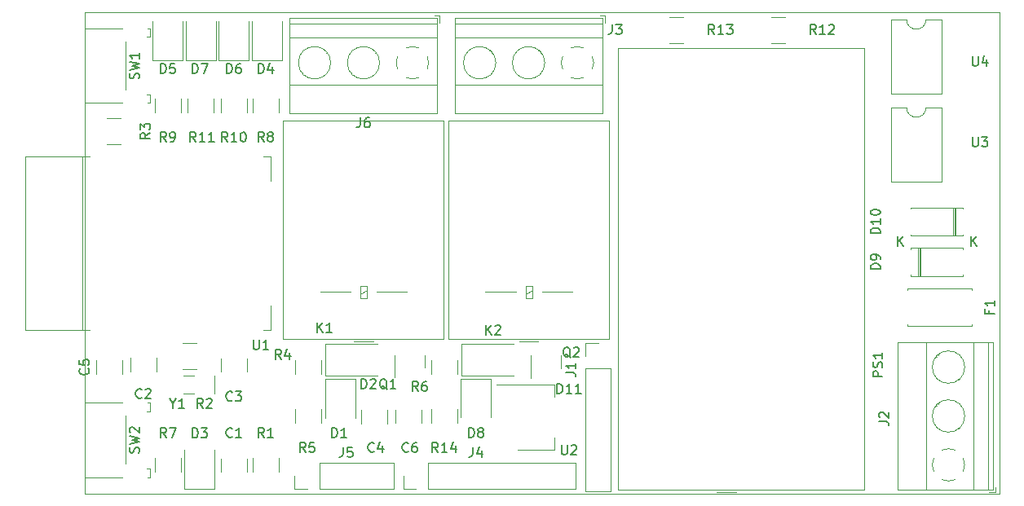
<source format=gto>
G04 #@! TF.GenerationSoftware,KiCad,Pcbnew,(6.0.9)*
G04 #@! TF.CreationDate,2023-01-19T16:53:42+01:00*
G04 #@! TF.ProjectId,CaptorBoard,43617074-6f72-4426-9f61-72642e6b6963,rev?*
G04 #@! TF.SameCoordinates,Original*
G04 #@! TF.FileFunction,Legend,Top*
G04 #@! TF.FilePolarity,Positive*
%FSLAX46Y46*%
G04 Gerber Fmt 4.6, Leading zero omitted, Abs format (unit mm)*
G04 Created by KiCad (PCBNEW (6.0.9)) date 2023-01-19 16:53:42*
%MOMM*%
%LPD*%
G01*
G04 APERTURE LIST*
G04 #@! TA.AperFunction,Profile*
%ADD10C,0.100000*%
G04 #@! TD*
%ADD11C,0.150000*%
%ADD12C,0.120000*%
G04 APERTURE END LIST*
D10*
X95000000Y-50000000D02*
X190000000Y-50000000D01*
X95000000Y-100000000D02*
X95000000Y-50000000D01*
X190000000Y-100000000D02*
X95000000Y-100000000D01*
X190000000Y-50000000D02*
X190000000Y-100000000D01*
D11*
X112522095Y-84034380D02*
X112522095Y-84843904D01*
X112569714Y-84939142D01*
X112617333Y-84986761D01*
X112712571Y-85034380D01*
X112903047Y-85034380D01*
X112998285Y-84986761D01*
X113045904Y-84939142D01*
X113093523Y-84843904D01*
X113093523Y-84034380D01*
X114093523Y-85034380D02*
X113522095Y-85034380D01*
X113807809Y-85034380D02*
X113807809Y-84034380D01*
X113712571Y-84177238D01*
X113617333Y-84272476D01*
X113522095Y-84320095D01*
X177617380Y-76684095D02*
X176617380Y-76684095D01*
X176617380Y-76446000D01*
X176665000Y-76303142D01*
X176760238Y-76207904D01*
X176855476Y-76160285D01*
X177045952Y-76112666D01*
X177188809Y-76112666D01*
X177379285Y-76160285D01*
X177474523Y-76207904D01*
X177569761Y-76303142D01*
X177617380Y-76446000D01*
X177617380Y-76684095D01*
X177617380Y-75636476D02*
X177617380Y-75446000D01*
X177569761Y-75350761D01*
X177522142Y-75303142D01*
X177379285Y-75207904D01*
X177188809Y-75160285D01*
X176807857Y-75160285D01*
X176712619Y-75207904D01*
X176665000Y-75255523D01*
X176617380Y-75350761D01*
X176617380Y-75541238D01*
X176665000Y-75636476D01*
X176712619Y-75684095D01*
X176807857Y-75731714D01*
X177045952Y-75731714D01*
X177141190Y-75684095D01*
X177188809Y-75636476D01*
X177236428Y-75541238D01*
X177236428Y-75350761D01*
X177188809Y-75255523D01*
X177141190Y-75207904D01*
X177045952Y-75160285D01*
X179443095Y-74298380D02*
X179443095Y-73298380D01*
X180014523Y-74298380D02*
X179585952Y-73726952D01*
X180014523Y-73298380D02*
X179443095Y-73869809D01*
X177617380Y-72969285D02*
X176617380Y-72969285D01*
X176617380Y-72731190D01*
X176665000Y-72588333D01*
X176760238Y-72493095D01*
X176855476Y-72445476D01*
X177045952Y-72397857D01*
X177188809Y-72397857D01*
X177379285Y-72445476D01*
X177474523Y-72493095D01*
X177569761Y-72588333D01*
X177617380Y-72731190D01*
X177617380Y-72969285D01*
X177617380Y-71445476D02*
X177617380Y-72016904D01*
X177617380Y-71731190D02*
X176617380Y-71731190D01*
X176760238Y-71826428D01*
X176855476Y-71921666D01*
X176903095Y-72016904D01*
X176617380Y-70826428D02*
X176617380Y-70731190D01*
X176665000Y-70635952D01*
X176712619Y-70588333D01*
X176807857Y-70540714D01*
X176998333Y-70493095D01*
X177236428Y-70493095D01*
X177426904Y-70540714D01*
X177522142Y-70588333D01*
X177569761Y-70635952D01*
X177617380Y-70731190D01*
X177617380Y-70826428D01*
X177569761Y-70921666D01*
X177522142Y-70969285D01*
X177426904Y-71016904D01*
X177236428Y-71064523D01*
X176998333Y-71064523D01*
X176807857Y-71016904D01*
X176712619Y-70969285D01*
X176665000Y-70921666D01*
X176617380Y-70826428D01*
X187063095Y-74307380D02*
X187063095Y-73307380D01*
X187634523Y-74307380D02*
X187205952Y-73735952D01*
X187634523Y-73307380D02*
X187063095Y-73878809D01*
X103465333Y-94178380D02*
X103132000Y-93702190D01*
X102893904Y-94178380D02*
X102893904Y-93178380D01*
X103274857Y-93178380D01*
X103370095Y-93226000D01*
X103417714Y-93273619D01*
X103465333Y-93368857D01*
X103465333Y-93511714D01*
X103417714Y-93606952D01*
X103370095Y-93654571D01*
X103274857Y-93702190D01*
X102893904Y-93702190D01*
X103798666Y-93178380D02*
X104465333Y-93178380D01*
X104036761Y-94178380D01*
X113625333Y-63444380D02*
X113292000Y-62968190D01*
X113053904Y-63444380D02*
X113053904Y-62444380D01*
X113434857Y-62444380D01*
X113530095Y-62492000D01*
X113577714Y-62539619D01*
X113625333Y-62634857D01*
X113625333Y-62777714D01*
X113577714Y-62872952D01*
X113530095Y-62920571D01*
X113434857Y-62968190D01*
X113053904Y-62968190D01*
X114196761Y-62872952D02*
X114101523Y-62825333D01*
X114053904Y-62777714D01*
X114006285Y-62682476D01*
X114006285Y-62634857D01*
X114053904Y-62539619D01*
X114101523Y-62492000D01*
X114196761Y-62444380D01*
X114387238Y-62444380D01*
X114482476Y-62492000D01*
X114530095Y-62539619D01*
X114577714Y-62634857D01*
X114577714Y-62682476D01*
X114530095Y-62777714D01*
X114482476Y-62825333D01*
X114387238Y-62872952D01*
X114196761Y-62872952D01*
X114101523Y-62920571D01*
X114053904Y-62968190D01*
X114006285Y-63063428D01*
X114006285Y-63253904D01*
X114053904Y-63349142D01*
X114101523Y-63396761D01*
X114196761Y-63444380D01*
X114387238Y-63444380D01*
X114482476Y-63396761D01*
X114530095Y-63349142D01*
X114577714Y-63253904D01*
X114577714Y-63063428D01*
X114530095Y-62968190D01*
X114482476Y-62920571D01*
X114387238Y-62872952D01*
X103465333Y-63444380D02*
X103132000Y-62968190D01*
X102893904Y-63444380D02*
X102893904Y-62444380D01*
X103274857Y-62444380D01*
X103370095Y-62492000D01*
X103417714Y-62539619D01*
X103465333Y-62634857D01*
X103465333Y-62777714D01*
X103417714Y-62872952D01*
X103370095Y-62920571D01*
X103274857Y-62968190D01*
X102893904Y-62968190D01*
X103941523Y-63444380D02*
X104132000Y-63444380D01*
X104227238Y-63396761D01*
X104274857Y-63349142D01*
X104370095Y-63206285D01*
X104417714Y-63015809D01*
X104417714Y-62634857D01*
X104370095Y-62539619D01*
X104322476Y-62492000D01*
X104227238Y-62444380D01*
X104036761Y-62444380D01*
X103941523Y-62492000D01*
X103893904Y-62539619D01*
X103846285Y-62634857D01*
X103846285Y-62872952D01*
X103893904Y-62968190D01*
X103941523Y-63015809D01*
X104036761Y-63063428D01*
X104227238Y-63063428D01*
X104322476Y-63015809D01*
X104370095Y-62968190D01*
X104417714Y-62872952D01*
X109847142Y-63444380D02*
X109513809Y-62968190D01*
X109275714Y-63444380D02*
X109275714Y-62444380D01*
X109656666Y-62444380D01*
X109751904Y-62492000D01*
X109799523Y-62539619D01*
X109847142Y-62634857D01*
X109847142Y-62777714D01*
X109799523Y-62872952D01*
X109751904Y-62920571D01*
X109656666Y-62968190D01*
X109275714Y-62968190D01*
X110799523Y-63444380D02*
X110228095Y-63444380D01*
X110513809Y-63444380D02*
X110513809Y-62444380D01*
X110418571Y-62587238D01*
X110323333Y-62682476D01*
X110228095Y-62730095D01*
X111418571Y-62444380D02*
X111513809Y-62444380D01*
X111609047Y-62492000D01*
X111656666Y-62539619D01*
X111704285Y-62634857D01*
X111751904Y-62825333D01*
X111751904Y-63063428D01*
X111704285Y-63253904D01*
X111656666Y-63349142D01*
X111609047Y-63396761D01*
X111513809Y-63444380D01*
X111418571Y-63444380D01*
X111323333Y-63396761D01*
X111275714Y-63349142D01*
X111228095Y-63253904D01*
X111180476Y-63063428D01*
X111180476Y-62825333D01*
X111228095Y-62634857D01*
X111275714Y-62539619D01*
X111323333Y-62492000D01*
X111418571Y-62444380D01*
X106545142Y-63444380D02*
X106211809Y-62968190D01*
X105973714Y-63444380D02*
X105973714Y-62444380D01*
X106354666Y-62444380D01*
X106449904Y-62492000D01*
X106497523Y-62539619D01*
X106545142Y-62634857D01*
X106545142Y-62777714D01*
X106497523Y-62872952D01*
X106449904Y-62920571D01*
X106354666Y-62968190D01*
X105973714Y-62968190D01*
X107497523Y-63444380D02*
X106926095Y-63444380D01*
X107211809Y-63444380D02*
X107211809Y-62444380D01*
X107116571Y-62587238D01*
X107021333Y-62682476D01*
X106926095Y-62730095D01*
X108449904Y-63444380D02*
X107878476Y-63444380D01*
X108164190Y-63444380D02*
X108164190Y-62444380D01*
X108068952Y-62587238D01*
X107973714Y-62682476D01*
X107878476Y-62730095D01*
X106195904Y-94214880D02*
X106195904Y-93214880D01*
X106434000Y-93214880D01*
X106576857Y-93262500D01*
X106672095Y-93357738D01*
X106719714Y-93452976D01*
X106767333Y-93643452D01*
X106767333Y-93786309D01*
X106719714Y-93976785D01*
X106672095Y-94072023D01*
X106576857Y-94167261D01*
X106434000Y-94214880D01*
X106195904Y-94214880D01*
X107100666Y-93214880D02*
X107719714Y-93214880D01*
X107386380Y-93595833D01*
X107529238Y-93595833D01*
X107624476Y-93643452D01*
X107672095Y-93691071D01*
X107719714Y-93786309D01*
X107719714Y-94024404D01*
X107672095Y-94119642D01*
X107624476Y-94167261D01*
X107529238Y-94214880D01*
X107243523Y-94214880D01*
X107148285Y-94167261D01*
X107100666Y-94119642D01*
X113053904Y-56332380D02*
X113053904Y-55332380D01*
X113292000Y-55332380D01*
X113434857Y-55380000D01*
X113530095Y-55475238D01*
X113577714Y-55570476D01*
X113625333Y-55760952D01*
X113625333Y-55903809D01*
X113577714Y-56094285D01*
X113530095Y-56189523D01*
X113434857Y-56284761D01*
X113292000Y-56332380D01*
X113053904Y-56332380D01*
X114482476Y-55665714D02*
X114482476Y-56332380D01*
X114244380Y-55284761D02*
X114006285Y-55999047D01*
X114625333Y-55999047D01*
X102893904Y-56332380D02*
X102893904Y-55332380D01*
X103132000Y-55332380D01*
X103274857Y-55380000D01*
X103370095Y-55475238D01*
X103417714Y-55570476D01*
X103465333Y-55760952D01*
X103465333Y-55903809D01*
X103417714Y-56094285D01*
X103370095Y-56189523D01*
X103274857Y-56284761D01*
X103132000Y-56332380D01*
X102893904Y-56332380D01*
X104370095Y-55332380D02*
X103893904Y-55332380D01*
X103846285Y-55808571D01*
X103893904Y-55760952D01*
X103989142Y-55713333D01*
X104227238Y-55713333D01*
X104322476Y-55760952D01*
X104370095Y-55808571D01*
X104417714Y-55903809D01*
X104417714Y-56141904D01*
X104370095Y-56237142D01*
X104322476Y-56284761D01*
X104227238Y-56332380D01*
X103989142Y-56332380D01*
X103893904Y-56284761D01*
X103846285Y-56237142D01*
X109751904Y-56332380D02*
X109751904Y-55332380D01*
X109990000Y-55332380D01*
X110132857Y-55380000D01*
X110228095Y-55475238D01*
X110275714Y-55570476D01*
X110323333Y-55760952D01*
X110323333Y-55903809D01*
X110275714Y-56094285D01*
X110228095Y-56189523D01*
X110132857Y-56284761D01*
X109990000Y-56332380D01*
X109751904Y-56332380D01*
X111180476Y-55332380D02*
X110990000Y-55332380D01*
X110894761Y-55380000D01*
X110847142Y-55427619D01*
X110751904Y-55570476D01*
X110704285Y-55760952D01*
X110704285Y-56141904D01*
X110751904Y-56237142D01*
X110799523Y-56284761D01*
X110894761Y-56332380D01*
X111085238Y-56332380D01*
X111180476Y-56284761D01*
X111228095Y-56237142D01*
X111275714Y-56141904D01*
X111275714Y-55903809D01*
X111228095Y-55808571D01*
X111180476Y-55760952D01*
X111085238Y-55713333D01*
X110894761Y-55713333D01*
X110799523Y-55760952D01*
X110751904Y-55808571D01*
X110704285Y-55903809D01*
X106195904Y-56332380D02*
X106195904Y-55332380D01*
X106434000Y-55332380D01*
X106576857Y-55380000D01*
X106672095Y-55475238D01*
X106719714Y-55570476D01*
X106767333Y-55760952D01*
X106767333Y-55903809D01*
X106719714Y-56094285D01*
X106672095Y-56189523D01*
X106576857Y-56284761D01*
X106434000Y-56332380D01*
X106195904Y-56332380D01*
X107100666Y-55332380D02*
X107767333Y-55332380D01*
X107338761Y-56332380D01*
X177506380Y-92535333D02*
X178220666Y-92535333D01*
X178363523Y-92582952D01*
X178458761Y-92678190D01*
X178506380Y-92821047D01*
X178506380Y-92916285D01*
X177601619Y-92106761D02*
X177554000Y-92059142D01*
X177506380Y-91963904D01*
X177506380Y-91725809D01*
X177554000Y-91630571D01*
X177601619Y-91582952D01*
X177696857Y-91535333D01*
X177792095Y-91535333D01*
X177934952Y-91582952D01*
X178506380Y-92154380D01*
X178506380Y-91535333D01*
X100607761Y-56888333D02*
X100655380Y-56745476D01*
X100655380Y-56507380D01*
X100607761Y-56412142D01*
X100560142Y-56364523D01*
X100464904Y-56316904D01*
X100369666Y-56316904D01*
X100274428Y-56364523D01*
X100226809Y-56412142D01*
X100179190Y-56507380D01*
X100131571Y-56697857D01*
X100083952Y-56793095D01*
X100036333Y-56840714D01*
X99941095Y-56888333D01*
X99845857Y-56888333D01*
X99750619Y-56840714D01*
X99703000Y-56793095D01*
X99655380Y-56697857D01*
X99655380Y-56459761D01*
X99703000Y-56316904D01*
X99655380Y-55983571D02*
X100655380Y-55745476D01*
X99941095Y-55555000D01*
X100655380Y-55364523D01*
X99655380Y-55126428D01*
X100655380Y-54221666D02*
X100655380Y-54793095D01*
X100655380Y-54507380D02*
X99655380Y-54507380D01*
X99798238Y-54602619D01*
X99893476Y-54697857D01*
X99941095Y-54793095D01*
X100607761Y-95765333D02*
X100655380Y-95622476D01*
X100655380Y-95384380D01*
X100607761Y-95289142D01*
X100560142Y-95241523D01*
X100464904Y-95193904D01*
X100369666Y-95193904D01*
X100274428Y-95241523D01*
X100226809Y-95289142D01*
X100179190Y-95384380D01*
X100131571Y-95574857D01*
X100083952Y-95670095D01*
X100036333Y-95717714D01*
X99941095Y-95765333D01*
X99845857Y-95765333D01*
X99750619Y-95717714D01*
X99703000Y-95670095D01*
X99655380Y-95574857D01*
X99655380Y-95336761D01*
X99703000Y-95193904D01*
X99655380Y-94860571D02*
X100655380Y-94622476D01*
X99941095Y-94432000D01*
X100655380Y-94241523D01*
X99655380Y-94003428D01*
X99750619Y-93670095D02*
X99703000Y-93622476D01*
X99655380Y-93527238D01*
X99655380Y-93289142D01*
X99703000Y-93193904D01*
X99750619Y-93146285D01*
X99845857Y-93098666D01*
X99941095Y-93098666D01*
X100083952Y-93146285D01*
X100655380Y-93717714D01*
X100655380Y-93098666D01*
X187198095Y-62952380D02*
X187198095Y-63761904D01*
X187245714Y-63857142D01*
X187293333Y-63904761D01*
X187388571Y-63952380D01*
X187579047Y-63952380D01*
X187674285Y-63904761D01*
X187721904Y-63857142D01*
X187769523Y-63761904D01*
X187769523Y-62952380D01*
X188150476Y-62952380D02*
X188769523Y-62952380D01*
X188436190Y-63333333D01*
X188579047Y-63333333D01*
X188674285Y-63380952D01*
X188721904Y-63428571D01*
X188769523Y-63523809D01*
X188769523Y-63761904D01*
X188721904Y-63857142D01*
X188674285Y-63904761D01*
X188579047Y-63952380D01*
X188293333Y-63952380D01*
X188198095Y-63904761D01*
X188150476Y-63857142D01*
X187198095Y-54570380D02*
X187198095Y-55379904D01*
X187245714Y-55475142D01*
X187293333Y-55522761D01*
X187388571Y-55570380D01*
X187579047Y-55570380D01*
X187674285Y-55522761D01*
X187721904Y-55475142D01*
X187769523Y-55379904D01*
X187769523Y-54570380D01*
X188674285Y-54903714D02*
X188674285Y-55570380D01*
X188436190Y-54522761D02*
X188198095Y-55237047D01*
X188817142Y-55237047D01*
X170960142Y-52268380D02*
X170626809Y-51792190D01*
X170388714Y-52268380D02*
X170388714Y-51268380D01*
X170769666Y-51268380D01*
X170864904Y-51316000D01*
X170912523Y-51363619D01*
X170960142Y-51458857D01*
X170960142Y-51601714D01*
X170912523Y-51696952D01*
X170864904Y-51744571D01*
X170769666Y-51792190D01*
X170388714Y-51792190D01*
X171912523Y-52268380D02*
X171341095Y-52268380D01*
X171626809Y-52268380D02*
X171626809Y-51268380D01*
X171531571Y-51411238D01*
X171436333Y-51506476D01*
X171341095Y-51554095D01*
X172293476Y-51363619D02*
X172341095Y-51316000D01*
X172436333Y-51268380D01*
X172674428Y-51268380D01*
X172769666Y-51316000D01*
X172817285Y-51363619D01*
X172864904Y-51458857D01*
X172864904Y-51554095D01*
X172817285Y-51696952D01*
X172245857Y-52268380D01*
X172864904Y-52268380D01*
X160393142Y-52268380D02*
X160059809Y-51792190D01*
X159821714Y-52268380D02*
X159821714Y-51268380D01*
X160202666Y-51268380D01*
X160297904Y-51316000D01*
X160345523Y-51363619D01*
X160393142Y-51458857D01*
X160393142Y-51601714D01*
X160345523Y-51696952D01*
X160297904Y-51744571D01*
X160202666Y-51792190D01*
X159821714Y-51792190D01*
X161345523Y-52268380D02*
X160774095Y-52268380D01*
X161059809Y-52268380D02*
X161059809Y-51268380D01*
X160964571Y-51411238D01*
X160869333Y-51506476D01*
X160774095Y-51554095D01*
X161678857Y-51268380D02*
X162297904Y-51268380D01*
X161964571Y-51649333D01*
X162107428Y-51649333D01*
X162202666Y-51696952D01*
X162250285Y-51744571D01*
X162297904Y-51839809D01*
X162297904Y-52077904D01*
X162250285Y-52173142D01*
X162202666Y-52220761D01*
X162107428Y-52268380D01*
X161821714Y-52268380D01*
X161726476Y-52220761D01*
X161678857Y-52173142D01*
X144994380Y-87455333D02*
X145708666Y-87455333D01*
X145851523Y-87502952D01*
X145946761Y-87598190D01*
X145994380Y-87741047D01*
X145994380Y-87836285D01*
X145994380Y-86455333D02*
X145994380Y-87026761D01*
X145994380Y-86741047D02*
X144994380Y-86741047D01*
X145137238Y-86836285D01*
X145232476Y-86931523D01*
X145280095Y-87026761D01*
X188938571Y-80978333D02*
X188938571Y-81311666D01*
X189462380Y-81311666D02*
X188462380Y-81311666D01*
X188462380Y-80835476D01*
X189462380Y-79930714D02*
X189462380Y-80502142D01*
X189462380Y-80216428D02*
X188462380Y-80216428D01*
X188605238Y-80311666D01*
X188700476Y-80406904D01*
X188748095Y-80502142D01*
X125055333Y-95607142D02*
X125007714Y-95654761D01*
X124864857Y-95702380D01*
X124769619Y-95702380D01*
X124626761Y-95654761D01*
X124531523Y-95559523D01*
X124483904Y-95464285D01*
X124436285Y-95273809D01*
X124436285Y-95130952D01*
X124483904Y-94940476D01*
X124531523Y-94845238D01*
X124626761Y-94750000D01*
X124769619Y-94702380D01*
X124864857Y-94702380D01*
X125007714Y-94750000D01*
X125055333Y-94797619D01*
X125912476Y-95035714D02*
X125912476Y-95702380D01*
X125674380Y-94654761D02*
X125436285Y-95369047D01*
X126055333Y-95369047D01*
X121840666Y-95210380D02*
X121840666Y-95924666D01*
X121793047Y-96067523D01*
X121697809Y-96162761D01*
X121554952Y-96210380D01*
X121459714Y-96210380D01*
X122793047Y-95210380D02*
X122316857Y-95210380D01*
X122269238Y-95686571D01*
X122316857Y-95638952D01*
X122412095Y-95591333D01*
X122650190Y-95591333D01*
X122745428Y-95638952D01*
X122793047Y-95686571D01*
X122840666Y-95781809D01*
X122840666Y-96019904D01*
X122793047Y-96115142D01*
X122745428Y-96162761D01*
X122650190Y-96210380D01*
X122412095Y-96210380D01*
X122316857Y-96162761D01*
X122269238Y-96115142D01*
X113625333Y-94178380D02*
X113292000Y-93702190D01*
X113053904Y-94178380D02*
X113053904Y-93178380D01*
X113434857Y-93178380D01*
X113530095Y-93226000D01*
X113577714Y-93273619D01*
X113625333Y-93368857D01*
X113625333Y-93511714D01*
X113577714Y-93606952D01*
X113530095Y-93654571D01*
X113434857Y-93702190D01*
X113053904Y-93702190D01*
X114577714Y-94178380D02*
X114006285Y-94178380D01*
X114292000Y-94178380D02*
X114292000Y-93178380D01*
X114196761Y-93321238D01*
X114101523Y-93416476D01*
X114006285Y-93464095D01*
X104171809Y-90654190D02*
X104171809Y-91130380D01*
X103838476Y-90130380D02*
X104171809Y-90654190D01*
X104505142Y-90130380D01*
X105362285Y-91130380D02*
X104790857Y-91130380D01*
X105076571Y-91130380D02*
X105076571Y-90130380D01*
X104981333Y-90273238D01*
X104886095Y-90368476D01*
X104790857Y-90416095D01*
X117943333Y-95702380D02*
X117610000Y-95226190D01*
X117371904Y-95702380D02*
X117371904Y-94702380D01*
X117752857Y-94702380D01*
X117848095Y-94750000D01*
X117895714Y-94797619D01*
X117943333Y-94892857D01*
X117943333Y-95035714D01*
X117895714Y-95130952D01*
X117848095Y-95178571D01*
X117752857Y-95226190D01*
X117371904Y-95226190D01*
X118848095Y-94702380D02*
X118371904Y-94702380D01*
X118324285Y-95178571D01*
X118371904Y-95130952D01*
X118467142Y-95083333D01*
X118705238Y-95083333D01*
X118800476Y-95130952D01*
X118848095Y-95178571D01*
X118895714Y-95273809D01*
X118895714Y-95511904D01*
X118848095Y-95607142D01*
X118800476Y-95654761D01*
X118705238Y-95702380D01*
X118467142Y-95702380D01*
X118371904Y-95654761D01*
X118324285Y-95607142D01*
X145446761Y-85891619D02*
X145351523Y-85844000D01*
X145256285Y-85748761D01*
X145113428Y-85605904D01*
X145018190Y-85558285D01*
X144922952Y-85558285D01*
X144970571Y-85796380D02*
X144875333Y-85748761D01*
X144780095Y-85653523D01*
X144732476Y-85463047D01*
X144732476Y-85129714D01*
X144780095Y-84939238D01*
X144875333Y-84844000D01*
X144970571Y-84796380D01*
X145161047Y-84796380D01*
X145256285Y-84844000D01*
X145351523Y-84939238D01*
X145399142Y-85129714D01*
X145399142Y-85463047D01*
X145351523Y-85653523D01*
X145256285Y-85748761D01*
X145161047Y-85796380D01*
X144970571Y-85796380D01*
X145780095Y-84891619D02*
X145827714Y-84844000D01*
X145922952Y-84796380D01*
X146161047Y-84796380D01*
X146256285Y-84844000D01*
X146303904Y-84891619D01*
X146351523Y-84986857D01*
X146351523Y-85082095D01*
X146303904Y-85224952D01*
X145732476Y-85796380D01*
X146351523Y-85796380D01*
X100925333Y-90019142D02*
X100877714Y-90066761D01*
X100734857Y-90114380D01*
X100639619Y-90114380D01*
X100496761Y-90066761D01*
X100401523Y-89971523D01*
X100353904Y-89876285D01*
X100306285Y-89685809D01*
X100306285Y-89542952D01*
X100353904Y-89352476D01*
X100401523Y-89257238D01*
X100496761Y-89162000D01*
X100639619Y-89114380D01*
X100734857Y-89114380D01*
X100877714Y-89162000D01*
X100925333Y-89209619D01*
X101306285Y-89209619D02*
X101353904Y-89162000D01*
X101449142Y-89114380D01*
X101687238Y-89114380D01*
X101782476Y-89162000D01*
X101830095Y-89209619D01*
X101877714Y-89304857D01*
X101877714Y-89400095D01*
X101830095Y-89542952D01*
X101258666Y-90114380D01*
X101877714Y-90114380D01*
X126396761Y-89193619D02*
X126301523Y-89146000D01*
X126206285Y-89050761D01*
X126063428Y-88907904D01*
X125968190Y-88860285D01*
X125872952Y-88860285D01*
X125920571Y-89098380D02*
X125825333Y-89050761D01*
X125730095Y-88955523D01*
X125682476Y-88765047D01*
X125682476Y-88431714D01*
X125730095Y-88241238D01*
X125825333Y-88146000D01*
X125920571Y-88098380D01*
X126111047Y-88098380D01*
X126206285Y-88146000D01*
X126301523Y-88241238D01*
X126349142Y-88431714D01*
X126349142Y-88765047D01*
X126301523Y-88955523D01*
X126206285Y-89050761D01*
X126111047Y-89098380D01*
X125920571Y-89098380D01*
X127301523Y-89098380D02*
X126730095Y-89098380D01*
X127015809Y-89098380D02*
X127015809Y-88098380D01*
X126920571Y-88241238D01*
X126825333Y-88336476D01*
X126730095Y-88384095D01*
X136675904Y-83510380D02*
X136675904Y-82510380D01*
X137247333Y-83510380D02*
X136818761Y-82938952D01*
X137247333Y-82510380D02*
X136675904Y-83081809D01*
X137628285Y-82605619D02*
X137675904Y-82558000D01*
X137771142Y-82510380D01*
X138009238Y-82510380D01*
X138104476Y-82558000D01*
X138152095Y-82605619D01*
X138199714Y-82700857D01*
X138199714Y-82796095D01*
X138152095Y-82938952D01*
X137580666Y-83510380D01*
X138199714Y-83510380D01*
X123721904Y-89098380D02*
X123721904Y-88098380D01*
X123960000Y-88098380D01*
X124102857Y-88146000D01*
X124198095Y-88241238D01*
X124245714Y-88336476D01*
X124293333Y-88526952D01*
X124293333Y-88669809D01*
X124245714Y-88860285D01*
X124198095Y-88955523D01*
X124102857Y-89050761D01*
X123960000Y-89098380D01*
X123721904Y-89098380D01*
X124674285Y-88193619D02*
X124721904Y-88146000D01*
X124817142Y-88098380D01*
X125055238Y-88098380D01*
X125150476Y-88146000D01*
X125198095Y-88193619D01*
X125245714Y-88288857D01*
X125245714Y-88384095D01*
X125198095Y-88526952D01*
X124626666Y-89098380D01*
X125245714Y-89098380D01*
X123618666Y-60957380D02*
X123618666Y-61671666D01*
X123571047Y-61814523D01*
X123475809Y-61909761D01*
X123332952Y-61957380D01*
X123237714Y-61957380D01*
X124523428Y-60957380D02*
X124332952Y-60957380D01*
X124237714Y-61005000D01*
X124190095Y-61052619D01*
X124094857Y-61195476D01*
X124047238Y-61385952D01*
X124047238Y-61766904D01*
X124094857Y-61862142D01*
X124142476Y-61909761D01*
X124237714Y-61957380D01*
X124428190Y-61957380D01*
X124523428Y-61909761D01*
X124571047Y-61862142D01*
X124618666Y-61766904D01*
X124618666Y-61528809D01*
X124571047Y-61433571D01*
X124523428Y-61385952D01*
X124428190Y-61338333D01*
X124237714Y-61338333D01*
X124142476Y-61385952D01*
X124094857Y-61433571D01*
X124047238Y-61528809D01*
X134897904Y-94178380D02*
X134897904Y-93178380D01*
X135136000Y-93178380D01*
X135278857Y-93226000D01*
X135374095Y-93321238D01*
X135421714Y-93416476D01*
X135469333Y-93606952D01*
X135469333Y-93749809D01*
X135421714Y-93940285D01*
X135374095Y-94035523D01*
X135278857Y-94130761D01*
X135136000Y-94178380D01*
X134897904Y-94178380D01*
X136040761Y-93606952D02*
X135945523Y-93559333D01*
X135897904Y-93511714D01*
X135850285Y-93416476D01*
X135850285Y-93368857D01*
X135897904Y-93273619D01*
X135945523Y-93226000D01*
X136040761Y-93178380D01*
X136231238Y-93178380D01*
X136326476Y-93226000D01*
X136374095Y-93273619D01*
X136421714Y-93368857D01*
X136421714Y-93416476D01*
X136374095Y-93511714D01*
X136326476Y-93559333D01*
X136231238Y-93606952D01*
X136040761Y-93606952D01*
X135945523Y-93654571D01*
X135897904Y-93702190D01*
X135850285Y-93797428D01*
X135850285Y-93987904D01*
X135897904Y-94083142D01*
X135945523Y-94130761D01*
X136040761Y-94178380D01*
X136231238Y-94178380D01*
X136326476Y-94130761D01*
X136374095Y-94083142D01*
X136421714Y-93987904D01*
X136421714Y-93797428D01*
X136374095Y-93702190D01*
X136326476Y-93654571D01*
X136231238Y-93606952D01*
X101798380Y-62523666D02*
X101322190Y-62857000D01*
X101798380Y-63095095D02*
X100798380Y-63095095D01*
X100798380Y-62714142D01*
X100846000Y-62618904D01*
X100893619Y-62571285D01*
X100988857Y-62523666D01*
X101131714Y-62523666D01*
X101226952Y-62571285D01*
X101274571Y-62618904D01*
X101322190Y-62714142D01*
X101322190Y-63095095D01*
X100798380Y-62190333D02*
X100798380Y-61571285D01*
X101179333Y-61904619D01*
X101179333Y-61761761D01*
X101226952Y-61666523D01*
X101274571Y-61618904D01*
X101369809Y-61571285D01*
X101607904Y-61571285D01*
X101703142Y-61618904D01*
X101750761Y-61666523D01*
X101798380Y-61761761D01*
X101798380Y-62047476D01*
X101750761Y-62142714D01*
X101703142Y-62190333D01*
X135302666Y-95210380D02*
X135302666Y-95924666D01*
X135255047Y-96067523D01*
X135159809Y-96162761D01*
X135016952Y-96210380D01*
X134921714Y-96210380D01*
X136207428Y-95543714D02*
X136207428Y-96210380D01*
X135969333Y-95162761D02*
X135731238Y-95877047D01*
X136350285Y-95877047D01*
X128611333Y-95607142D02*
X128563714Y-95654761D01*
X128420857Y-95702380D01*
X128325619Y-95702380D01*
X128182761Y-95654761D01*
X128087523Y-95559523D01*
X128039904Y-95464285D01*
X127992285Y-95273809D01*
X127992285Y-95130952D01*
X128039904Y-94940476D01*
X128087523Y-94845238D01*
X128182761Y-94750000D01*
X128325619Y-94702380D01*
X128420857Y-94702380D01*
X128563714Y-94750000D01*
X128611333Y-94797619D01*
X129468476Y-94702380D02*
X129278000Y-94702380D01*
X129182761Y-94750000D01*
X129135142Y-94797619D01*
X129039904Y-94940476D01*
X128992285Y-95130952D01*
X128992285Y-95511904D01*
X129039904Y-95607142D01*
X129087523Y-95654761D01*
X129182761Y-95702380D01*
X129373238Y-95702380D01*
X129468476Y-95654761D01*
X129516095Y-95607142D01*
X129563714Y-95511904D01*
X129563714Y-95273809D01*
X129516095Y-95178571D01*
X129468476Y-95130952D01*
X129373238Y-95083333D01*
X129182761Y-95083333D01*
X129087523Y-95130952D01*
X129039904Y-95178571D01*
X128992285Y-95273809D01*
X115403333Y-86050380D02*
X115070000Y-85574190D01*
X114831904Y-86050380D02*
X114831904Y-85050380D01*
X115212857Y-85050380D01*
X115308095Y-85098000D01*
X115355714Y-85145619D01*
X115403333Y-85240857D01*
X115403333Y-85383714D01*
X115355714Y-85478952D01*
X115308095Y-85526571D01*
X115212857Y-85574190D01*
X114831904Y-85574190D01*
X116260476Y-85383714D02*
X116260476Y-86050380D01*
X116022380Y-85002761D02*
X115784285Y-85717047D01*
X116403333Y-85717047D01*
X107275333Y-91130380D02*
X106942000Y-90654190D01*
X106703904Y-91130380D02*
X106703904Y-90130380D01*
X107084857Y-90130380D01*
X107180095Y-90178000D01*
X107227714Y-90225619D01*
X107275333Y-90320857D01*
X107275333Y-90463714D01*
X107227714Y-90558952D01*
X107180095Y-90606571D01*
X107084857Y-90654190D01*
X106703904Y-90654190D01*
X107656285Y-90225619D02*
X107703904Y-90178000D01*
X107799142Y-90130380D01*
X108037238Y-90130380D01*
X108132476Y-90178000D01*
X108180095Y-90225619D01*
X108227714Y-90320857D01*
X108227714Y-90416095D01*
X108180095Y-90558952D01*
X107608666Y-91130380D01*
X108227714Y-91130380D01*
X131691142Y-95702380D02*
X131357809Y-95226190D01*
X131119714Y-95702380D02*
X131119714Y-94702380D01*
X131500666Y-94702380D01*
X131595904Y-94750000D01*
X131643523Y-94797619D01*
X131691142Y-94892857D01*
X131691142Y-95035714D01*
X131643523Y-95130952D01*
X131595904Y-95178571D01*
X131500666Y-95226190D01*
X131119714Y-95226190D01*
X132643523Y-95702380D02*
X132072095Y-95702380D01*
X132357809Y-95702380D02*
X132357809Y-94702380D01*
X132262571Y-94845238D01*
X132167333Y-94940476D01*
X132072095Y-94988095D01*
X133500666Y-95035714D02*
X133500666Y-95702380D01*
X133262571Y-94654761D02*
X133024476Y-95369047D01*
X133643523Y-95369047D01*
X110323333Y-90311642D02*
X110275714Y-90359261D01*
X110132857Y-90406880D01*
X110037619Y-90406880D01*
X109894761Y-90359261D01*
X109799523Y-90264023D01*
X109751904Y-90168785D01*
X109704285Y-89978309D01*
X109704285Y-89835452D01*
X109751904Y-89644976D01*
X109799523Y-89549738D01*
X109894761Y-89454500D01*
X110037619Y-89406880D01*
X110132857Y-89406880D01*
X110275714Y-89454500D01*
X110323333Y-89502119D01*
X110656666Y-89406880D02*
X111275714Y-89406880D01*
X110942380Y-89787833D01*
X111085238Y-89787833D01*
X111180476Y-89835452D01*
X111228095Y-89883071D01*
X111275714Y-89978309D01*
X111275714Y-90216404D01*
X111228095Y-90311642D01*
X111180476Y-90359261D01*
X111085238Y-90406880D01*
X110799523Y-90406880D01*
X110704285Y-90359261D01*
X110656666Y-90311642D01*
X129627333Y-89352380D02*
X129294000Y-88876190D01*
X129055904Y-89352380D02*
X129055904Y-88352380D01*
X129436857Y-88352380D01*
X129532095Y-88400000D01*
X129579714Y-88447619D01*
X129627333Y-88542857D01*
X129627333Y-88685714D01*
X129579714Y-88780952D01*
X129532095Y-88828571D01*
X129436857Y-88876190D01*
X129055904Y-88876190D01*
X130484476Y-88352380D02*
X130294000Y-88352380D01*
X130198761Y-88400000D01*
X130151142Y-88447619D01*
X130055904Y-88590476D01*
X130008285Y-88780952D01*
X130008285Y-89161904D01*
X130055904Y-89257142D01*
X130103523Y-89304761D01*
X130198761Y-89352380D01*
X130389238Y-89352380D01*
X130484476Y-89304761D01*
X130532095Y-89257142D01*
X130579714Y-89161904D01*
X130579714Y-88923809D01*
X130532095Y-88828571D01*
X130484476Y-88780952D01*
X130389238Y-88733333D01*
X130198761Y-88733333D01*
X130103523Y-88780952D01*
X130055904Y-88828571D01*
X130008285Y-88923809D01*
X144526095Y-94956380D02*
X144526095Y-95765904D01*
X144573714Y-95861142D01*
X144621333Y-95908761D01*
X144716571Y-95956380D01*
X144907047Y-95956380D01*
X145002285Y-95908761D01*
X145049904Y-95861142D01*
X145097523Y-95765904D01*
X145097523Y-94956380D01*
X145526095Y-95051619D02*
X145573714Y-95004000D01*
X145668952Y-94956380D01*
X145907047Y-94956380D01*
X146002285Y-95004000D01*
X146049904Y-95051619D01*
X146097523Y-95146857D01*
X146097523Y-95242095D01*
X146049904Y-95384952D01*
X145478476Y-95956380D01*
X146097523Y-95956380D01*
X177847380Y-87847785D02*
X176847380Y-87847785D01*
X176847380Y-87466833D01*
X176895000Y-87371595D01*
X176942619Y-87323976D01*
X177037857Y-87276357D01*
X177180714Y-87276357D01*
X177275952Y-87323976D01*
X177323571Y-87371595D01*
X177371190Y-87466833D01*
X177371190Y-87847785D01*
X177799761Y-86895404D02*
X177847380Y-86752547D01*
X177847380Y-86514452D01*
X177799761Y-86419214D01*
X177752142Y-86371595D01*
X177656904Y-86323976D01*
X177561666Y-86323976D01*
X177466428Y-86371595D01*
X177418809Y-86419214D01*
X177371190Y-86514452D01*
X177323571Y-86704928D01*
X177275952Y-86800166D01*
X177228333Y-86847785D01*
X177133095Y-86895404D01*
X177037857Y-86895404D01*
X176942619Y-86847785D01*
X176895000Y-86800166D01*
X176847380Y-86704928D01*
X176847380Y-86466833D01*
X176895000Y-86323976D01*
X177847380Y-85371595D02*
X177847380Y-85943023D01*
X177847380Y-85657309D02*
X176847380Y-85657309D01*
X176990238Y-85752547D01*
X177085476Y-85847785D01*
X177133095Y-85943023D01*
X144073714Y-89606380D02*
X144073714Y-88606380D01*
X144311809Y-88606380D01*
X144454666Y-88654000D01*
X144549904Y-88749238D01*
X144597523Y-88844476D01*
X144645142Y-89034952D01*
X144645142Y-89177809D01*
X144597523Y-89368285D01*
X144549904Y-89463523D01*
X144454666Y-89558761D01*
X144311809Y-89606380D01*
X144073714Y-89606380D01*
X145597523Y-89606380D02*
X145026095Y-89606380D01*
X145311809Y-89606380D02*
X145311809Y-88606380D01*
X145216571Y-88749238D01*
X145121333Y-88844476D01*
X145026095Y-88892095D01*
X146549904Y-89606380D02*
X145978476Y-89606380D01*
X146264190Y-89606380D02*
X146264190Y-88606380D01*
X146168952Y-88749238D01*
X146073714Y-88844476D01*
X145978476Y-88892095D01*
X95353142Y-87034666D02*
X95400761Y-87082285D01*
X95448380Y-87225142D01*
X95448380Y-87320380D01*
X95400761Y-87463238D01*
X95305523Y-87558476D01*
X95210285Y-87606095D01*
X95019809Y-87653714D01*
X94876952Y-87653714D01*
X94686476Y-87606095D01*
X94591238Y-87558476D01*
X94496000Y-87463238D01*
X94448380Y-87320380D01*
X94448380Y-87225142D01*
X94496000Y-87082285D01*
X94543619Y-87034666D01*
X94448380Y-86129904D02*
X94448380Y-86606095D01*
X94924571Y-86653714D01*
X94876952Y-86606095D01*
X94829333Y-86510857D01*
X94829333Y-86272761D01*
X94876952Y-86177523D01*
X94924571Y-86129904D01*
X95019809Y-86082285D01*
X95257904Y-86082285D01*
X95353142Y-86129904D01*
X95400761Y-86177523D01*
X95448380Y-86272761D01*
X95448380Y-86510857D01*
X95400761Y-86606095D01*
X95353142Y-86653714D01*
X149780666Y-51268380D02*
X149780666Y-51982666D01*
X149733047Y-52125523D01*
X149637809Y-52220761D01*
X149494952Y-52268380D01*
X149399714Y-52268380D01*
X150161619Y-51268380D02*
X150780666Y-51268380D01*
X150447333Y-51649333D01*
X150590190Y-51649333D01*
X150685428Y-51696952D01*
X150733047Y-51744571D01*
X150780666Y-51839809D01*
X150780666Y-52077904D01*
X150733047Y-52173142D01*
X150685428Y-52220761D01*
X150590190Y-52268380D01*
X150304476Y-52268380D01*
X150209238Y-52220761D01*
X150161619Y-52173142D01*
X119149904Y-83256380D02*
X119149904Y-82256380D01*
X119721333Y-83256380D02*
X119292761Y-82684952D01*
X119721333Y-82256380D02*
X119149904Y-82827809D01*
X120673714Y-83256380D02*
X120102285Y-83256380D01*
X120388000Y-83256380D02*
X120388000Y-82256380D01*
X120292761Y-82399238D01*
X120197523Y-82494476D01*
X120102285Y-82542095D01*
X110323333Y-94083142D02*
X110275714Y-94130761D01*
X110132857Y-94178380D01*
X110037619Y-94178380D01*
X109894761Y-94130761D01*
X109799523Y-94035523D01*
X109751904Y-93940285D01*
X109704285Y-93749809D01*
X109704285Y-93606952D01*
X109751904Y-93416476D01*
X109799523Y-93321238D01*
X109894761Y-93226000D01*
X110037619Y-93178380D01*
X110132857Y-93178380D01*
X110275714Y-93226000D01*
X110323333Y-93273619D01*
X111275714Y-94178380D02*
X110704285Y-94178380D01*
X110990000Y-94178380D02*
X110990000Y-93178380D01*
X110894761Y-93321238D01*
X110799523Y-93416476D01*
X110704285Y-93464095D01*
X120673904Y-94178380D02*
X120673904Y-93178380D01*
X120912000Y-93178380D01*
X121054857Y-93226000D01*
X121150095Y-93321238D01*
X121197714Y-93416476D01*
X121245333Y-93606952D01*
X121245333Y-93749809D01*
X121197714Y-93940285D01*
X121150095Y-94035523D01*
X121054857Y-94130761D01*
X120912000Y-94178380D01*
X120673904Y-94178380D01*
X122197714Y-94178380D02*
X121626285Y-94178380D01*
X121912000Y-94178380D02*
X121912000Y-93178380D01*
X121816761Y-93321238D01*
X121721523Y-93416476D01*
X121626285Y-93464095D01*
D12*
X88803000Y-82996000D02*
X95553000Y-82996000D01*
X113553000Y-82996000D02*
X114303000Y-82996000D01*
X114303000Y-82996000D02*
X114303000Y-82246000D01*
X88803000Y-64996000D02*
X95553000Y-64996000D01*
X88803000Y-82996000D02*
X88803000Y-64996000D01*
X114303000Y-82246000D02*
X114303000Y-80496000D01*
X113553000Y-64996000D02*
X114303000Y-64996000D01*
X94743000Y-64996000D02*
X94743000Y-82996000D01*
X114303000Y-64996000D02*
X114303000Y-65746000D01*
X114303000Y-65746000D02*
X114303000Y-67496000D01*
X180795000Y-74606000D02*
X180795000Y-74476000D01*
X181695000Y-74476000D02*
X181695000Y-77416000D01*
X181575000Y-74476000D02*
X181575000Y-77416000D01*
X180795000Y-77286000D02*
X180795000Y-77416000D01*
X181815000Y-74476000D02*
X181815000Y-77416000D01*
X186235000Y-77416000D02*
X186235000Y-77286000D01*
X186235000Y-74476000D02*
X186235000Y-74606000D01*
X180795000Y-77416000D02*
X186235000Y-77416000D01*
X180795000Y-74476000D02*
X186235000Y-74476000D01*
X180795000Y-70285000D02*
X180795000Y-70415000D01*
X185335000Y-73225000D02*
X185335000Y-70285000D01*
X186235000Y-70285000D02*
X180795000Y-70285000D01*
X186235000Y-73095000D02*
X186235000Y-73225000D01*
X186235000Y-70415000D02*
X186235000Y-70285000D01*
X185215000Y-73225000D02*
X185215000Y-70285000D01*
X185455000Y-73225000D02*
X185455000Y-70285000D01*
X186235000Y-73225000D02*
X180795000Y-73225000D01*
X180795000Y-73225000D02*
X180795000Y-73095000D01*
X104987000Y-97777737D02*
X104987000Y-96330263D01*
X102277000Y-97777737D02*
X102277000Y-96330263D01*
X112437000Y-58940263D02*
X112437000Y-60387737D01*
X115147000Y-58940263D02*
X115147000Y-60387737D01*
X104987000Y-58940263D02*
X104987000Y-60387737D01*
X102277000Y-58940263D02*
X102277000Y-60387737D01*
X109135000Y-58940263D02*
X109135000Y-60387737D01*
X111845000Y-58940263D02*
X111845000Y-60387737D01*
X108416000Y-58940263D02*
X108416000Y-60387737D01*
X105706000Y-58940263D02*
X105706000Y-60387737D01*
X108519000Y-99488000D02*
X108519000Y-95428000D01*
X105349000Y-95428000D02*
X105349000Y-99488000D01*
X105349000Y-99488000D02*
X108519000Y-99488000D01*
X112334000Y-50941500D02*
X112334000Y-55001500D01*
X115504000Y-55001500D02*
X115504000Y-50941500D01*
X112334000Y-55001500D02*
X115504000Y-55001500D01*
X105217000Y-55001500D02*
X105217000Y-50941500D01*
X102047000Y-55001500D02*
X105217000Y-55001500D01*
X102047000Y-50941500D02*
X102047000Y-55001500D01*
X108905000Y-55001500D02*
X112075000Y-55001500D01*
X108905000Y-50941500D02*
X108905000Y-55001500D01*
X112075000Y-55001500D02*
X112075000Y-50941500D01*
X105476000Y-50941500D02*
X105476000Y-55001500D01*
X108646000Y-55001500D02*
X108646000Y-50941500D01*
X105476000Y-55001500D02*
X108646000Y-55001500D01*
X182408000Y-99628000D02*
X182408000Y-84268000D01*
X179448000Y-99628000D02*
X179448000Y-84268000D01*
X185732000Y-93175000D02*
X185778000Y-93222000D01*
X179448000Y-99628000D02*
X189369000Y-99628000D01*
X188809000Y-99628000D02*
X188809000Y-84268000D01*
X185948000Y-87902000D02*
X185983000Y-87937000D01*
X179448000Y-84268000D02*
X189369000Y-84268000D01*
X185732000Y-88095000D02*
X185778000Y-88142000D01*
X183640000Y-90673000D02*
X183686000Y-90720000D01*
X183434000Y-90878000D02*
X183470000Y-90913000D01*
X188869000Y-99868000D02*
X189609000Y-99868000D01*
X183434000Y-85798000D02*
X183470000Y-85833000D01*
X189609000Y-99868000D02*
X189609000Y-99368000D01*
X189369000Y-99628000D02*
X189369000Y-84268000D01*
X185948000Y-92982000D02*
X185983000Y-93017000D01*
X187309000Y-99628000D02*
X187309000Y-84268000D01*
X183640000Y-85593000D02*
X183686000Y-85640000D01*
X186389000Y-97028000D02*
G75*
G03*
X186243756Y-96344682I-1680000J0D01*
G01*
X185393000Y-95492999D02*
G75*
G03*
X184025958Y-95492573I-684000J-1535001D01*
G01*
X186244000Y-97712000D02*
G75*
G03*
X186389253Y-96999195I-1535001J683999D01*
G01*
X184025000Y-98563000D02*
G75*
G03*
X185392042Y-98563427I684001J1534993D01*
G01*
X183174000Y-96344000D02*
G75*
G03*
X183173573Y-97711042I1534993J-684001D01*
G01*
X186389000Y-86868000D02*
G75*
G03*
X186389000Y-86868000I-1680000J0D01*
G01*
X186389000Y-91948000D02*
G75*
G03*
X186389000Y-91948000I-1680000J0D01*
G01*
X101823000Y-58535000D02*
X101823000Y-59425000D01*
X101823000Y-52575000D02*
X101473000Y-52575000D01*
X101823000Y-58535000D02*
X101473000Y-58535000D01*
X99273000Y-58045000D02*
X99273000Y-53065000D01*
X95033000Y-59425000D02*
X98883000Y-59425000D01*
X101523000Y-51685000D02*
X101823000Y-51685000D01*
X101823000Y-51685000D02*
X101823000Y-52575000D01*
X98883000Y-51685000D02*
X95033000Y-51685000D01*
X95033000Y-51685000D02*
X95033000Y-59425000D01*
X101523000Y-59425000D02*
X101823000Y-59425000D01*
X101823000Y-97412000D02*
X101823000Y-98302000D01*
X101823000Y-90562000D02*
X101823000Y-91452000D01*
X101823000Y-91452000D02*
X101473000Y-91452000D01*
X99273000Y-96922000D02*
X99273000Y-91942000D01*
X101523000Y-90562000D02*
X101823000Y-90562000D01*
X98883000Y-90562000D02*
X95033000Y-90562000D01*
X101523000Y-98302000D02*
X101823000Y-98302000D01*
X95033000Y-90562000D02*
X95033000Y-98302000D01*
X95033000Y-98302000D02*
X98883000Y-98302000D01*
X101823000Y-97412000D02*
X101473000Y-97412000D01*
X178716000Y-59899000D02*
X178716000Y-67639000D01*
X178716000Y-67639000D02*
X184016000Y-67639000D01*
X184016000Y-67639000D02*
X184016000Y-59899000D01*
X180366000Y-59899000D02*
X178716000Y-59899000D01*
X184016000Y-59899000D02*
X182366000Y-59899000D01*
X180366000Y-59899000D02*
G75*
G03*
X182366000Y-59899000I1000000J0D01*
G01*
X184016000Y-58495000D02*
X184016000Y-50755000D01*
X178716000Y-50755000D02*
X178716000Y-58495000D01*
X180366000Y-50755000D02*
X178716000Y-50755000D01*
X184016000Y-50755000D02*
X182366000Y-50755000D01*
X178716000Y-58495000D02*
X184016000Y-58495000D01*
X180366000Y-50755000D02*
G75*
G03*
X182366000Y-50755000I1000000J0D01*
G01*
X167728737Y-53171000D02*
X166281263Y-53171000D01*
X167728737Y-50461000D02*
X166281263Y-50461000D01*
X157187737Y-53171000D02*
X155740263Y-53171000D01*
X157187737Y-50461000D02*
X155740263Y-50461000D01*
X149666000Y-86995000D02*
X149666000Y-99755000D01*
X147006000Y-85725000D02*
X147006000Y-84395000D01*
X147006000Y-84395000D02*
X148336000Y-84395000D01*
X147006000Y-99755000D02*
X149666000Y-99755000D01*
X147006000Y-86995000D02*
X147006000Y-99755000D01*
X147006000Y-86995000D02*
X149666000Y-86995000D01*
X187146000Y-82405000D02*
X187146000Y-82605000D01*
X180426000Y-82605000D02*
X187146000Y-82605000D01*
X187146000Y-78685000D02*
X187146000Y-78885000D01*
X180426000Y-82405000D02*
X180426000Y-82605000D01*
X180426000Y-78685000D02*
X187146000Y-78685000D01*
X180426000Y-78685000D02*
X180426000Y-78885000D01*
X126455000Y-92747752D02*
X126455000Y-91325248D01*
X123735000Y-92747752D02*
X123735000Y-91325248D01*
X119390000Y-96841000D02*
X127070000Y-96841000D01*
X119390000Y-99501000D02*
X119390000Y-96841000D01*
X127070000Y-99501000D02*
X127070000Y-96841000D01*
X116790000Y-99501000D02*
X116790000Y-98171000D01*
X118120000Y-99501000D02*
X116790000Y-99501000D01*
X119390000Y-99501000D02*
X127070000Y-99501000D01*
X112437000Y-97777737D02*
X112437000Y-96330263D01*
X115147000Y-97777737D02*
X115147000Y-96330263D01*
X106341000Y-87734500D02*
X105241000Y-87734500D01*
X106341000Y-89634500D02*
X105241000Y-89634500D01*
X108491000Y-89584500D02*
X108491000Y-87784500D01*
X119592000Y-91250263D02*
X119592000Y-92697737D01*
X116882000Y-91250263D02*
X116882000Y-92697737D01*
X141315000Y-86311500D02*
X141315000Y-87986500D01*
X141315000Y-86311500D02*
X141315000Y-85661500D01*
X144435000Y-86311500D02*
X144435000Y-85661500D01*
X144435000Y-86311500D02*
X144435000Y-86961500D01*
X99732000Y-85902748D02*
X99732000Y-87325252D01*
X102452000Y-85902748D02*
X102452000Y-87325252D01*
X130338000Y-86281500D02*
X130338000Y-85631500D01*
X130338000Y-86281500D02*
X130338000Y-86931500D01*
X127218000Y-86281500D02*
X127218000Y-87956500D01*
X127218000Y-86281500D02*
X127218000Y-85631500D01*
X140778000Y-78471500D02*
X140778000Y-79671500D01*
X139778000Y-79071500D02*
X136628000Y-79071500D01*
X145628000Y-79071500D02*
X142478000Y-79071500D01*
X142128000Y-84181500D02*
X140128000Y-84181500D01*
X141478000Y-78471500D02*
X140778000Y-78471500D01*
X141478000Y-79671500D02*
X141478000Y-78471500D01*
X140778000Y-79671500D02*
X141478000Y-79671500D01*
X132778000Y-83921500D02*
X149478000Y-83921500D01*
X149478000Y-83921500D02*
X149478000Y-61221500D01*
X149478000Y-61221500D02*
X132778000Y-61221500D01*
X141478000Y-78871500D02*
X140778000Y-79271500D01*
X132778000Y-61221500D02*
X132778000Y-83921500D01*
X120012000Y-84456000D02*
X125412000Y-84456000D01*
X120012000Y-84456000D02*
X120012000Y-87756000D01*
X120012000Y-87756000D02*
X125412000Y-87756000D01*
X117802000Y-56520000D02*
X117837000Y-56484000D01*
X131632000Y-57546000D02*
X116272000Y-57546000D01*
X117597000Y-56314000D02*
X117644000Y-56268000D01*
X116272000Y-60506000D02*
X116272000Y-50585000D01*
X124986000Y-54006000D02*
X125021000Y-53971000D01*
X131872000Y-50345000D02*
X131372000Y-50345000D01*
X122882000Y-56520000D02*
X122917000Y-56484000D01*
X131872000Y-51085000D02*
X131872000Y-50345000D01*
X131632000Y-50585000D02*
X116272000Y-50585000D01*
X120099000Y-54222000D02*
X120146000Y-54176000D01*
X119906000Y-54006000D02*
X119941000Y-53971000D01*
X122677000Y-56314000D02*
X122724000Y-56268000D01*
X125179000Y-54222000D02*
X125226000Y-54176000D01*
X131632000Y-60506000D02*
X131632000Y-50585000D01*
X131632000Y-51145000D02*
X116272000Y-51145000D01*
X131632000Y-52645000D02*
X116272000Y-52645000D01*
X131632000Y-60506000D02*
X116272000Y-60506000D01*
X130567000Y-55929000D02*
G75*
G03*
X130567427Y-54561958I-1534993J684001D01*
G01*
X128348000Y-56780000D02*
G75*
G03*
X129715042Y-56780427I684001J1534993D01*
G01*
X129032000Y-53565000D02*
G75*
G03*
X128348682Y-53710244I0J-1680000D01*
G01*
X127496999Y-54561000D02*
G75*
G03*
X127496573Y-55928042I1535001J-684000D01*
G01*
X129716000Y-53710000D02*
G75*
G03*
X129003195Y-53564747I-683999J-1535001D01*
G01*
X120552000Y-55245000D02*
G75*
G03*
X120552000Y-55245000I-1680000J0D01*
G01*
X125632000Y-55245000D02*
G75*
G03*
X125632000Y-55245000I-1680000J0D01*
G01*
X137221000Y-92114500D02*
X137221000Y-88054500D01*
X134051000Y-88054500D02*
X134051000Y-92114500D01*
X137221000Y-88054500D02*
X134051000Y-88054500D01*
X98741737Y-63712000D02*
X97294263Y-63712000D01*
X98741737Y-61002000D02*
X97294263Y-61002000D01*
X130683000Y-96841000D02*
X145983000Y-96841000D01*
X128083000Y-99501000D02*
X128083000Y-98171000D01*
X130683000Y-99501000D02*
X145983000Y-99501000D01*
X130683000Y-99501000D02*
X130683000Y-96841000D01*
X129413000Y-99501000D02*
X128083000Y-99501000D01*
X145983000Y-99501000D02*
X145983000Y-96841000D01*
X130011000Y-91275248D02*
X130011000Y-92697752D01*
X127291000Y-91275248D02*
X127291000Y-92697752D01*
X116882000Y-86170263D02*
X116882000Y-87617737D01*
X119592000Y-86170263D02*
X119592000Y-87617737D01*
X105194263Y-87118500D02*
X106641737Y-87118500D01*
X105194263Y-84408500D02*
X106641737Y-84408500D01*
X130979000Y-91250263D02*
X130979000Y-92697737D01*
X133689000Y-91250263D02*
X133689000Y-92697737D01*
X111850000Y-85941248D02*
X111850000Y-87363752D01*
X109130000Y-85941248D02*
X109130000Y-87363752D01*
X133689000Y-86170263D02*
X133689000Y-87617737D01*
X130979000Y-86170263D02*
X130979000Y-87617737D01*
X137759000Y-88665000D02*
X143769000Y-88665000D01*
X140009000Y-95485000D02*
X143769000Y-95485000D01*
X143769000Y-88665000D02*
X143769000Y-89925000D01*
X143769000Y-95485000D02*
X143769000Y-94225000D01*
X160671000Y-99885000D02*
X162671000Y-99885000D01*
X175971000Y-99585000D02*
X175971000Y-53685000D01*
X150371000Y-99585000D02*
X150371000Y-53685000D01*
X150371000Y-99585000D02*
X175971000Y-99585000D01*
X150371000Y-53685000D02*
X175971000Y-53685000D01*
X134109000Y-87756000D02*
X139509000Y-87756000D01*
X134109000Y-84456000D02*
X139509000Y-84456000D01*
X134109000Y-84456000D02*
X134109000Y-87756000D01*
X96176000Y-86156748D02*
X96176000Y-87579252D01*
X98896000Y-86156748D02*
X98896000Y-87579252D01*
X148777000Y-52645000D02*
X133417000Y-52645000D01*
X133417000Y-60506000D02*
X133417000Y-50585000D01*
X149017000Y-50345000D02*
X148517000Y-50345000D01*
X137244000Y-54222000D02*
X137291000Y-54176000D01*
X140027000Y-56520000D02*
X140062000Y-56484000D01*
X149017000Y-51085000D02*
X149017000Y-50345000D01*
X142324000Y-54222000D02*
X142371000Y-54176000D01*
X142131000Y-54006000D02*
X142166000Y-53971000D01*
X148777000Y-51145000D02*
X133417000Y-51145000D01*
X139822000Y-56314000D02*
X139869000Y-56268000D01*
X134742000Y-56314000D02*
X134789000Y-56268000D01*
X148777000Y-60506000D02*
X133417000Y-60506000D01*
X148777000Y-57546000D02*
X133417000Y-57546000D01*
X148777000Y-50585000D02*
X133417000Y-50585000D01*
X148777000Y-60506000D02*
X148777000Y-50585000D01*
X134947000Y-56520000D02*
X134982000Y-56484000D01*
X137051000Y-54006000D02*
X137086000Y-53971000D01*
X144641999Y-54561000D02*
G75*
G03*
X144641573Y-55928042I1535001J-684000D01*
G01*
X146861000Y-53710000D02*
G75*
G03*
X146148195Y-53564747I-683999J-1535001D01*
G01*
X145493000Y-56780000D02*
G75*
G03*
X146860042Y-56780427I684001J1534993D01*
G01*
X147712000Y-55929000D02*
G75*
G03*
X147712427Y-54561958I-1534993J684001D01*
G01*
X146177000Y-53565000D02*
G75*
G03*
X145493682Y-53710244I0J-1680000D01*
G01*
X142777000Y-55245000D02*
G75*
G03*
X142777000Y-55245000I-1680000J0D01*
G01*
X137697000Y-55245000D02*
G75*
G03*
X137697000Y-55245000I-1680000J0D01*
G01*
X124302000Y-78871500D02*
X123602000Y-79271500D01*
X132302000Y-83921500D02*
X132302000Y-61221500D01*
X115602000Y-83921500D02*
X132302000Y-83921500D01*
X115602000Y-61221500D02*
X115602000Y-83921500D01*
X132302000Y-61221500D02*
X115602000Y-61221500D01*
X124302000Y-78471500D02*
X123602000Y-78471500D01*
X128452000Y-79071500D02*
X125302000Y-79071500D01*
X124302000Y-79671500D02*
X124302000Y-78471500D01*
X124952000Y-84181500D02*
X122952000Y-84181500D01*
X122602000Y-79071500D02*
X119452000Y-79071500D01*
X123602000Y-79671500D02*
X124302000Y-79671500D01*
X123602000Y-78471500D02*
X123602000Y-79671500D01*
X111850000Y-97777752D02*
X111850000Y-96355248D01*
X109130000Y-97777752D02*
X109130000Y-96355248D01*
X123124000Y-88091000D02*
X119954000Y-88091000D01*
X123124000Y-92151000D02*
X123124000Y-88091000D01*
X119954000Y-88091000D02*
X119954000Y-92151000D01*
M02*

</source>
